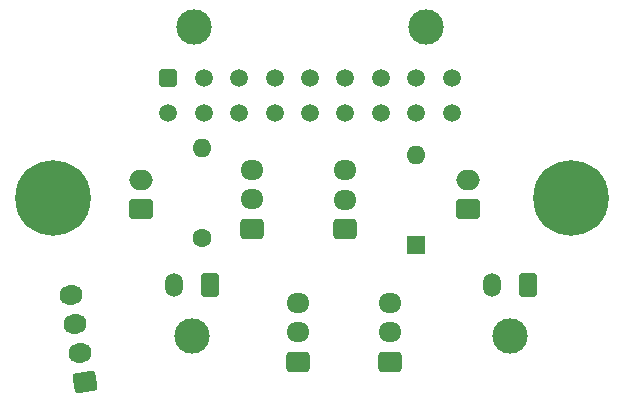
<source format=gts>
%TF.GenerationSoftware,KiCad,Pcbnew,8.0.8*%
%TF.CreationDate,2025-01-29T22:29:46+01:00*%
%TF.ProjectId,xol-pcb,786f6c2d-7063-4622-9e6b-696361645f70,rev?*%
%TF.SameCoordinates,Original*%
%TF.FileFunction,Soldermask,Top*%
%TF.FilePolarity,Negative*%
%FSLAX46Y46*%
G04 Gerber Fmt 4.6, Leading zero omitted, Abs format (unit mm)*
G04 Created by KiCad (PCBNEW 8.0.8) date 2025-01-29 22:29:46*
%MOMM*%
%LPD*%
G01*
G04 APERTURE LIST*
G04 Aperture macros list*
%AMRoundRect*
0 Rectangle with rounded corners*
0 $1 Rounding radius*
0 $2 $3 $4 $5 $6 $7 $8 $9 X,Y pos of 4 corners*
0 Add a 4 corners polygon primitive as box body*
4,1,4,$2,$3,$4,$5,$6,$7,$8,$9,$2,$3,0*
0 Add four circle primitives for the rounded corners*
1,1,$1+$1,$2,$3*
1,1,$1+$1,$4,$5*
1,1,$1+$1,$6,$7*
1,1,$1+$1,$8,$9*
0 Add four rect primitives between the rounded corners*
20,1,$1+$1,$2,$3,$4,$5,0*
20,1,$1+$1,$4,$5,$6,$7,0*
20,1,$1+$1,$6,$7,$8,$9,0*
20,1,$1+$1,$8,$9,$2,$3,0*%
%AMHorizOval*
0 Thick line with rounded ends*
0 $1 width*
0 $2 $3 position (X,Y) of the first rounded end (center of the circle)*
0 $4 $5 position (X,Y) of the second rounded end (center of the circle)*
0 Add line between two ends*
20,1,$1,$2,$3,$4,$5,0*
0 Add two circle primitives to create the rounded ends*
1,1,$1,$2,$3*
1,1,$1,$4,$5*%
G04 Aperture macros list end*
%ADD10C,3.000000*%
%ADD11RoundRect,0.250001X0.499999X0.759999X-0.499999X0.759999X-0.499999X-0.759999X0.499999X-0.759999X0*%
%ADD12O,1.500000X2.020000*%
%ADD13RoundRect,0.250000X0.750000X-0.600000X0.750000X0.600000X-0.750000X0.600000X-0.750000X-0.600000X0*%
%ADD14O,2.000000X1.700000*%
%ADD15C,1.600000*%
%ADD16O,1.600000X1.600000*%
%ADD17C,6.400000*%
%ADD18RoundRect,0.250000X0.725000X-0.600000X0.725000X0.600000X-0.725000X0.600000X-0.725000X-0.600000X0*%
%ADD19O,1.950000X1.700000*%
%ADD20RoundRect,0.250001X-0.499999X-0.499999X0.499999X-0.499999X0.499999X0.499999X-0.499999X0.499999X0*%
%ADD21C,1.500000*%
%ADD22R,1.600000X1.600000*%
%ADD23RoundRect,0.250000X0.809935X-0.479198X0.622213X0.706028X-0.809935X0.479198X-0.622213X-0.706028X0*%
%ADD24HorizOval,1.700000X0.123461X0.019554X-0.123461X-0.019554X0*%
G04 APERTURE END LIST*
D10*
%TO.C,HE1*%
X74446000Y-61056000D03*
D11*
X75946000Y-56736000D03*
D12*
X72946000Y-56736000D03*
%TD*%
D13*
%TO.C,PCF1*%
X43180000Y-50292000D03*
D14*
X43180000Y-47792000D03*
%TD*%
D15*
%TO.C,R1*%
X48330000Y-52690000D03*
D16*
X48330000Y-45070000D03*
%TD*%
D10*
%TO.C,TH1*%
X47500000Y-61056000D03*
D11*
X49000000Y-56736000D03*
D12*
X46000000Y-56736000D03*
%TD*%
D17*
%TO.C,H1*%
X79559001Y-49376179D03*
%TD*%
%TO.C,H2*%
X35709001Y-49376179D03*
%TD*%
D18*
%TO.C,AUX1*%
X64245000Y-63206000D03*
D19*
X64245000Y-60706000D03*
X64245000Y-58206000D03*
%TD*%
D18*
%TO.C,RGB1*%
X52595000Y-51950000D03*
D19*
X52595000Y-49450000D03*
X52595000Y-46950000D03*
%TD*%
D13*
%TO.C,PCF2*%
X70866000Y-50292000D03*
D14*
X70866000Y-47792000D03*
%TD*%
D10*
%TO.C,J1*%
X47660000Y-34841000D03*
X67360000Y-34841000D03*
D20*
X45500000Y-39161000D03*
D21*
X48500000Y-39161000D03*
X51500000Y-39161000D03*
X54500000Y-39161000D03*
X57500000Y-39161000D03*
X60500000Y-39161000D03*
X63500000Y-39161000D03*
X66500000Y-39161000D03*
X69500000Y-39161000D03*
X45500000Y-42161000D03*
X48500000Y-42161000D03*
X51500000Y-42161000D03*
X54500000Y-42161000D03*
X57500000Y-42161000D03*
X60500000Y-42161000D03*
X63500000Y-42161000D03*
X66500000Y-42161000D03*
X69500000Y-42161000D03*
%TD*%
D18*
%TO.C,HEF1*%
X60440000Y-52000000D03*
D19*
X60440000Y-49500000D03*
X60440000Y-47000000D03*
%TD*%
D22*
%TO.C,D1*%
X66470000Y-53290000D03*
D16*
X66470000Y-45670000D03*
%TD*%
D18*
%TO.C,AUX2-3*%
X56475000Y-63206000D03*
D19*
X56475000Y-60706000D03*
X56475000Y-58206000D03*
%TD*%
D23*
%TO.C,MOTOR1*%
X38419166Y-64929703D03*
D24*
X38028080Y-62460482D03*
X37636994Y-59991261D03*
X37245908Y-57522040D03*
%TD*%
M02*

</source>
